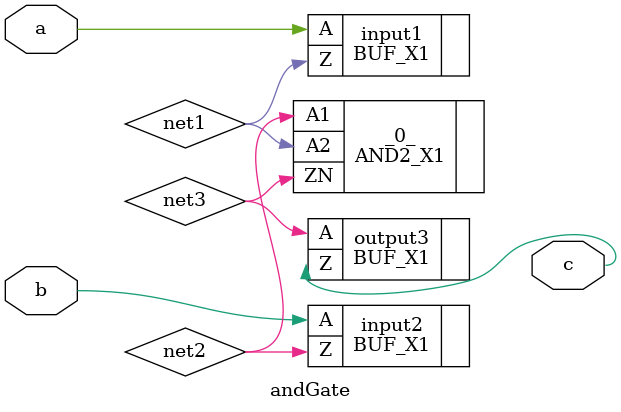
<source format=v>
module andGate (a,
    b,
    c);
 input a;
 input b;
 output c;

 wire net1;
 wire net2;
 wire net3;

 AND2_X1 _0_ (.A1(net2),
    .A2(net1),
    .ZN(net3));
 TAPCELL_X1 PHY_EDGE_ROW_0_Right_0 ();
 TAPCELL_X1 PHY_EDGE_ROW_1_Right_1 ();
 TAPCELL_X1 PHY_EDGE_ROW_2_Right_2 ();
 TAPCELL_X1 PHY_EDGE_ROW_3_Right_3 ();
 TAPCELL_X1 PHY_EDGE_ROW_4_Right_4 ();
 TAPCELL_X1 PHY_EDGE_ROW_5_Right_5 ();
 TAPCELL_X1 PHY_EDGE_ROW_6_Right_6 ();
 TAPCELL_X1 PHY_EDGE_ROW_7_Right_7 ();
 TAPCELL_X1 PHY_EDGE_ROW_8_Right_8 ();
 TAPCELL_X1 PHY_EDGE_ROW_9_Right_9 ();
 TAPCELL_X1 PHY_EDGE_ROW_10_Right_10 ();
 TAPCELL_X1 PHY_EDGE_ROW_11_Right_11 ();
 TAPCELL_X1 PHY_EDGE_ROW_12_Right_12 ();
 TAPCELL_X1 PHY_EDGE_ROW_13_Right_13 ();
 TAPCELL_X1 PHY_EDGE_ROW_14_Right_14 ();
 TAPCELL_X1 PHY_EDGE_ROW_15_Right_15 ();
 TAPCELL_X1 PHY_EDGE_ROW_16_Right_16 ();
 TAPCELL_X1 PHY_EDGE_ROW_17_Right_17 ();
 TAPCELL_X1 PHY_EDGE_ROW_18_Right_18 ();
 TAPCELL_X1 PHY_EDGE_ROW_19_Right_19 ();
 TAPCELL_X1 PHY_EDGE_ROW_20_Right_20 ();
 TAPCELL_X1 PHY_EDGE_ROW_21_Right_21 ();
 TAPCELL_X1 PHY_EDGE_ROW_22_Right_22 ();
 TAPCELL_X1 PHY_EDGE_ROW_23_Right_23 ();
 TAPCELL_X1 PHY_EDGE_ROW_24_Right_24 ();
 TAPCELL_X1 PHY_EDGE_ROW_25_Right_25 ();
 TAPCELL_X1 PHY_EDGE_ROW_26_Right_26 ();
 TAPCELL_X1 PHY_EDGE_ROW_27_Right_27 ();
 TAPCELL_X1 PHY_EDGE_ROW_28_Right_28 ();
 TAPCELL_X1 PHY_EDGE_ROW_29_Right_29 ();
 TAPCELL_X1 PHY_EDGE_ROW_30_Right_30 ();
 TAPCELL_X1 PHY_EDGE_ROW_31_Right_31 ();
 TAPCELL_X1 PHY_EDGE_ROW_32_Right_32 ();
 TAPCELL_X1 PHY_EDGE_ROW_33_Right_33 ();
 TAPCELL_X1 PHY_EDGE_ROW_34_Right_34 ();
 TAPCELL_X1 PHY_EDGE_ROW_35_Right_35 ();
 TAPCELL_X1 PHY_EDGE_ROW_36_Right_36 ();
 TAPCELL_X1 PHY_EDGE_ROW_37_Right_37 ();
 TAPCELL_X1 PHY_EDGE_ROW_38_Right_38 ();
 TAPCELL_X1 PHY_EDGE_ROW_39_Right_39 ();
 TAPCELL_X1 PHY_EDGE_ROW_40_Right_40 ();
 TAPCELL_X1 PHY_EDGE_ROW_41_Right_41 ();
 TAPCELL_X1 PHY_EDGE_ROW_0_Left_42 ();
 TAPCELL_X1 PHY_EDGE_ROW_1_Left_43 ();
 TAPCELL_X1 PHY_EDGE_ROW_2_Left_44 ();
 TAPCELL_X1 PHY_EDGE_ROW_3_Left_45 ();
 TAPCELL_X1 PHY_EDGE_ROW_4_Left_46 ();
 TAPCELL_X1 PHY_EDGE_ROW_5_Left_47 ();
 TAPCELL_X1 PHY_EDGE_ROW_6_Left_48 ();
 TAPCELL_X1 PHY_EDGE_ROW_7_Left_49 ();
 TAPCELL_X1 PHY_EDGE_ROW_8_Left_50 ();
 TAPCELL_X1 PHY_EDGE_ROW_9_Left_51 ();
 TAPCELL_X1 PHY_EDGE_ROW_10_Left_52 ();
 TAPCELL_X1 PHY_EDGE_ROW_11_Left_53 ();
 TAPCELL_X1 PHY_EDGE_ROW_12_Left_54 ();
 TAPCELL_X1 PHY_EDGE_ROW_13_Left_55 ();
 TAPCELL_X1 PHY_EDGE_ROW_14_Left_56 ();
 TAPCELL_X1 PHY_EDGE_ROW_15_Left_57 ();
 TAPCELL_X1 PHY_EDGE_ROW_16_Left_58 ();
 TAPCELL_X1 PHY_EDGE_ROW_17_Left_59 ();
 TAPCELL_X1 PHY_EDGE_ROW_18_Left_60 ();
 TAPCELL_X1 PHY_EDGE_ROW_19_Left_61 ();
 TAPCELL_X1 PHY_EDGE_ROW_20_Left_62 ();
 TAPCELL_X1 PHY_EDGE_ROW_21_Left_63 ();
 TAPCELL_X1 PHY_EDGE_ROW_22_Left_64 ();
 TAPCELL_X1 PHY_EDGE_ROW_23_Left_65 ();
 TAPCELL_X1 PHY_EDGE_ROW_24_Left_66 ();
 TAPCELL_X1 PHY_EDGE_ROW_25_Left_67 ();
 TAPCELL_X1 PHY_EDGE_ROW_26_Left_68 ();
 TAPCELL_X1 PHY_EDGE_ROW_27_Left_69 ();
 TAPCELL_X1 PHY_EDGE_ROW_28_Left_70 ();
 TAPCELL_X1 PHY_EDGE_ROW_29_Left_71 ();
 TAPCELL_X1 PHY_EDGE_ROW_30_Left_72 ();
 TAPCELL_X1 PHY_EDGE_ROW_31_Left_73 ();
 TAPCELL_X1 PHY_EDGE_ROW_32_Left_74 ();
 TAPCELL_X1 PHY_EDGE_ROW_33_Left_75 ();
 TAPCELL_X1 PHY_EDGE_ROW_34_Left_76 ();
 TAPCELL_X1 PHY_EDGE_ROW_35_Left_77 ();
 TAPCELL_X1 PHY_EDGE_ROW_36_Left_78 ();
 TAPCELL_X1 PHY_EDGE_ROW_37_Left_79 ();
 TAPCELL_X1 PHY_EDGE_ROW_38_Left_80 ();
 TAPCELL_X1 PHY_EDGE_ROW_39_Left_81 ();
 TAPCELL_X1 PHY_EDGE_ROW_40_Left_82 ();
 TAPCELL_X1 PHY_EDGE_ROW_41_Left_83 ();
 BUF_X1 input1 (.A(a),
    .Z(net1));
 BUF_X1 input2 (.A(b),
    .Z(net2));
 BUF_X1 output3 (.A(net3),
    .Z(c));
 FILLCELL_X32 FILLER_0_1 ();
 FILLCELL_X32 FILLER_0_33 ();
 FILLCELL_X32 FILLER_0_65 ();
 FILLCELL_X32 FILLER_0_97 ();
 FILLCELL_X32 FILLER_0_129 ();
 FILLCELL_X32 FILLER_0_161 ();
 FILLCELL_X32 FILLER_0_193 ();
 FILLCELL_X32 FILLER_0_225 ();
 FILLCELL_X32 FILLER_0_257 ();
 FILLCELL_X16 FILLER_0_289 ();
 FILLCELL_X8 FILLER_0_305 ();
 FILLCELL_X1 FILLER_0_313 ();
 FILLCELL_X32 FILLER_1_1 ();
 FILLCELL_X32 FILLER_1_33 ();
 FILLCELL_X32 FILLER_1_65 ();
 FILLCELL_X32 FILLER_1_97 ();
 FILLCELL_X32 FILLER_1_129 ();
 FILLCELL_X32 FILLER_1_161 ();
 FILLCELL_X32 FILLER_1_193 ();
 FILLCELL_X32 FILLER_1_225 ();
 FILLCELL_X32 FILLER_1_257 ();
 FILLCELL_X16 FILLER_1_289 ();
 FILLCELL_X8 FILLER_1_305 ();
 FILLCELL_X1 FILLER_1_313 ();
 FILLCELL_X32 FILLER_2_1 ();
 FILLCELL_X32 FILLER_2_33 ();
 FILLCELL_X32 FILLER_2_65 ();
 FILLCELL_X32 FILLER_2_97 ();
 FILLCELL_X32 FILLER_2_129 ();
 FILLCELL_X32 FILLER_2_161 ();
 FILLCELL_X32 FILLER_2_193 ();
 FILLCELL_X32 FILLER_2_225 ();
 FILLCELL_X32 FILLER_2_257 ();
 FILLCELL_X16 FILLER_2_289 ();
 FILLCELL_X8 FILLER_2_305 ();
 FILLCELL_X1 FILLER_2_313 ();
 FILLCELL_X32 FILLER_3_1 ();
 FILLCELL_X32 FILLER_3_33 ();
 FILLCELL_X32 FILLER_3_65 ();
 FILLCELL_X32 FILLER_3_97 ();
 FILLCELL_X32 FILLER_3_129 ();
 FILLCELL_X32 FILLER_3_161 ();
 FILLCELL_X32 FILLER_3_193 ();
 FILLCELL_X32 FILLER_3_225 ();
 FILLCELL_X32 FILLER_3_257 ();
 FILLCELL_X16 FILLER_3_289 ();
 FILLCELL_X8 FILLER_3_305 ();
 FILLCELL_X1 FILLER_3_313 ();
 FILLCELL_X32 FILLER_4_1 ();
 FILLCELL_X32 FILLER_4_33 ();
 FILLCELL_X32 FILLER_4_65 ();
 FILLCELL_X32 FILLER_4_97 ();
 FILLCELL_X32 FILLER_4_129 ();
 FILLCELL_X32 FILLER_4_161 ();
 FILLCELL_X32 FILLER_4_193 ();
 FILLCELL_X32 FILLER_4_225 ();
 FILLCELL_X32 FILLER_4_257 ();
 FILLCELL_X16 FILLER_4_289 ();
 FILLCELL_X8 FILLER_4_305 ();
 FILLCELL_X1 FILLER_4_313 ();
 FILLCELL_X32 FILLER_5_1 ();
 FILLCELL_X32 FILLER_5_33 ();
 FILLCELL_X32 FILLER_5_65 ();
 FILLCELL_X32 FILLER_5_97 ();
 FILLCELL_X32 FILLER_5_129 ();
 FILLCELL_X32 FILLER_5_161 ();
 FILLCELL_X32 FILLER_5_193 ();
 FILLCELL_X32 FILLER_5_225 ();
 FILLCELL_X32 FILLER_5_257 ();
 FILLCELL_X16 FILLER_5_289 ();
 FILLCELL_X8 FILLER_5_305 ();
 FILLCELL_X1 FILLER_5_313 ();
 FILLCELL_X32 FILLER_6_1 ();
 FILLCELL_X32 FILLER_6_33 ();
 FILLCELL_X32 FILLER_6_65 ();
 FILLCELL_X32 FILLER_6_97 ();
 FILLCELL_X32 FILLER_6_129 ();
 FILLCELL_X32 FILLER_6_161 ();
 FILLCELL_X32 FILLER_6_193 ();
 FILLCELL_X32 FILLER_6_225 ();
 FILLCELL_X32 FILLER_6_257 ();
 FILLCELL_X16 FILLER_6_289 ();
 FILLCELL_X8 FILLER_6_305 ();
 FILLCELL_X1 FILLER_6_313 ();
 FILLCELL_X32 FILLER_7_1 ();
 FILLCELL_X32 FILLER_7_33 ();
 FILLCELL_X32 FILLER_7_65 ();
 FILLCELL_X32 FILLER_7_97 ();
 FILLCELL_X32 FILLER_7_129 ();
 FILLCELL_X32 FILLER_7_161 ();
 FILLCELL_X32 FILLER_7_193 ();
 FILLCELL_X32 FILLER_7_225 ();
 FILLCELL_X32 FILLER_7_257 ();
 FILLCELL_X16 FILLER_7_289 ();
 FILLCELL_X8 FILLER_7_305 ();
 FILLCELL_X1 FILLER_7_313 ();
 FILLCELL_X32 FILLER_8_1 ();
 FILLCELL_X32 FILLER_8_33 ();
 FILLCELL_X32 FILLER_8_65 ();
 FILLCELL_X32 FILLER_8_97 ();
 FILLCELL_X32 FILLER_8_129 ();
 FILLCELL_X32 FILLER_8_161 ();
 FILLCELL_X32 FILLER_8_193 ();
 FILLCELL_X32 FILLER_8_225 ();
 FILLCELL_X32 FILLER_8_257 ();
 FILLCELL_X16 FILLER_8_289 ();
 FILLCELL_X8 FILLER_8_305 ();
 FILLCELL_X1 FILLER_8_313 ();
 FILLCELL_X32 FILLER_9_1 ();
 FILLCELL_X32 FILLER_9_33 ();
 FILLCELL_X32 FILLER_9_65 ();
 FILLCELL_X32 FILLER_9_97 ();
 FILLCELL_X32 FILLER_9_129 ();
 FILLCELL_X32 FILLER_9_161 ();
 FILLCELL_X32 FILLER_9_193 ();
 FILLCELL_X32 FILLER_9_225 ();
 FILLCELL_X32 FILLER_9_257 ();
 FILLCELL_X16 FILLER_9_289 ();
 FILLCELL_X8 FILLER_9_305 ();
 FILLCELL_X1 FILLER_9_313 ();
 FILLCELL_X32 FILLER_10_1 ();
 FILLCELL_X32 FILLER_10_33 ();
 FILLCELL_X32 FILLER_10_65 ();
 FILLCELL_X32 FILLER_10_97 ();
 FILLCELL_X32 FILLER_10_129 ();
 FILLCELL_X32 FILLER_10_161 ();
 FILLCELL_X32 FILLER_10_193 ();
 FILLCELL_X32 FILLER_10_225 ();
 FILLCELL_X32 FILLER_10_257 ();
 FILLCELL_X16 FILLER_10_289 ();
 FILLCELL_X8 FILLER_10_305 ();
 FILLCELL_X1 FILLER_10_313 ();
 FILLCELL_X32 FILLER_11_1 ();
 FILLCELL_X32 FILLER_11_33 ();
 FILLCELL_X32 FILLER_11_65 ();
 FILLCELL_X32 FILLER_11_97 ();
 FILLCELL_X32 FILLER_11_129 ();
 FILLCELL_X32 FILLER_11_161 ();
 FILLCELL_X32 FILLER_11_193 ();
 FILLCELL_X32 FILLER_11_225 ();
 FILLCELL_X32 FILLER_11_257 ();
 FILLCELL_X16 FILLER_11_289 ();
 FILLCELL_X8 FILLER_11_305 ();
 FILLCELL_X1 FILLER_11_313 ();
 FILLCELL_X32 FILLER_12_1 ();
 FILLCELL_X32 FILLER_12_33 ();
 FILLCELL_X32 FILLER_12_65 ();
 FILLCELL_X32 FILLER_12_97 ();
 FILLCELL_X32 FILLER_12_129 ();
 FILLCELL_X32 FILLER_12_161 ();
 FILLCELL_X32 FILLER_12_193 ();
 FILLCELL_X32 FILLER_12_225 ();
 FILLCELL_X32 FILLER_12_257 ();
 FILLCELL_X16 FILLER_12_289 ();
 FILLCELL_X8 FILLER_12_305 ();
 FILLCELL_X1 FILLER_12_313 ();
 FILLCELL_X32 FILLER_13_1 ();
 FILLCELL_X32 FILLER_13_33 ();
 FILLCELL_X32 FILLER_13_65 ();
 FILLCELL_X32 FILLER_13_97 ();
 FILLCELL_X32 FILLER_13_129 ();
 FILLCELL_X32 FILLER_13_161 ();
 FILLCELL_X32 FILLER_13_193 ();
 FILLCELL_X32 FILLER_13_225 ();
 FILLCELL_X32 FILLER_13_257 ();
 FILLCELL_X16 FILLER_13_289 ();
 FILLCELL_X8 FILLER_13_305 ();
 FILLCELL_X1 FILLER_13_313 ();
 FILLCELL_X32 FILLER_14_1 ();
 FILLCELL_X32 FILLER_14_33 ();
 FILLCELL_X32 FILLER_14_65 ();
 FILLCELL_X32 FILLER_14_97 ();
 FILLCELL_X32 FILLER_14_129 ();
 FILLCELL_X32 FILLER_14_161 ();
 FILLCELL_X32 FILLER_14_193 ();
 FILLCELL_X32 FILLER_14_225 ();
 FILLCELL_X32 FILLER_14_257 ();
 FILLCELL_X16 FILLER_14_289 ();
 FILLCELL_X8 FILLER_14_305 ();
 FILLCELL_X1 FILLER_14_313 ();
 FILLCELL_X32 FILLER_15_1 ();
 FILLCELL_X32 FILLER_15_33 ();
 FILLCELL_X32 FILLER_15_65 ();
 FILLCELL_X32 FILLER_15_97 ();
 FILLCELL_X32 FILLER_15_129 ();
 FILLCELL_X32 FILLER_15_161 ();
 FILLCELL_X32 FILLER_15_193 ();
 FILLCELL_X32 FILLER_15_225 ();
 FILLCELL_X32 FILLER_15_257 ();
 FILLCELL_X16 FILLER_15_289 ();
 FILLCELL_X8 FILLER_15_305 ();
 FILLCELL_X1 FILLER_15_313 ();
 FILLCELL_X32 FILLER_16_1 ();
 FILLCELL_X32 FILLER_16_33 ();
 FILLCELL_X32 FILLER_16_65 ();
 FILLCELL_X32 FILLER_16_97 ();
 FILLCELL_X32 FILLER_16_129 ();
 FILLCELL_X32 FILLER_16_161 ();
 FILLCELL_X32 FILLER_16_193 ();
 FILLCELL_X32 FILLER_16_225 ();
 FILLCELL_X32 FILLER_16_257 ();
 FILLCELL_X16 FILLER_16_289 ();
 FILLCELL_X8 FILLER_16_305 ();
 FILLCELL_X1 FILLER_16_313 ();
 FILLCELL_X32 FILLER_17_1 ();
 FILLCELL_X32 FILLER_17_33 ();
 FILLCELL_X32 FILLER_17_65 ();
 FILLCELL_X32 FILLER_17_97 ();
 FILLCELL_X32 FILLER_17_129 ();
 FILLCELL_X32 FILLER_17_161 ();
 FILLCELL_X32 FILLER_17_193 ();
 FILLCELL_X32 FILLER_17_225 ();
 FILLCELL_X32 FILLER_17_257 ();
 FILLCELL_X16 FILLER_17_289 ();
 FILLCELL_X8 FILLER_17_305 ();
 FILLCELL_X1 FILLER_17_313 ();
 FILLCELL_X32 FILLER_18_1 ();
 FILLCELL_X32 FILLER_18_33 ();
 FILLCELL_X32 FILLER_18_65 ();
 FILLCELL_X32 FILLER_18_97 ();
 FILLCELL_X32 FILLER_18_129 ();
 FILLCELL_X32 FILLER_18_161 ();
 FILLCELL_X32 FILLER_18_193 ();
 FILLCELL_X32 FILLER_18_225 ();
 FILLCELL_X32 FILLER_18_257 ();
 FILLCELL_X16 FILLER_18_289 ();
 FILLCELL_X8 FILLER_18_305 ();
 FILLCELL_X1 FILLER_18_313 ();
 FILLCELL_X32 FILLER_19_1 ();
 FILLCELL_X32 FILLER_19_33 ();
 FILLCELL_X32 FILLER_19_65 ();
 FILLCELL_X32 FILLER_19_97 ();
 FILLCELL_X32 FILLER_19_129 ();
 FILLCELL_X32 FILLER_19_161 ();
 FILLCELL_X32 FILLER_19_193 ();
 FILLCELL_X32 FILLER_19_225 ();
 FILLCELL_X32 FILLER_19_257 ();
 FILLCELL_X16 FILLER_19_289 ();
 FILLCELL_X8 FILLER_19_305 ();
 FILLCELL_X1 FILLER_19_313 ();
 FILLCELL_X32 FILLER_20_10 ();
 FILLCELL_X32 FILLER_20_42 ();
 FILLCELL_X32 FILLER_20_74 ();
 FILLCELL_X32 FILLER_20_106 ();
 FILLCELL_X32 FILLER_20_138 ();
 FILLCELL_X32 FILLER_20_170 ();
 FILLCELL_X32 FILLER_20_202 ();
 FILLCELL_X32 FILLER_20_234 ();
 FILLCELL_X32 FILLER_20_266 ();
 FILLCELL_X16 FILLER_20_298 ();
 FILLCELL_X2 FILLER_21_1 ();
 FILLCELL_X1 FILLER_21_3 ();
 FILLCELL_X32 FILLER_21_8 ();
 FILLCELL_X32 FILLER_21_40 ();
 FILLCELL_X32 FILLER_21_72 ();
 FILLCELL_X32 FILLER_21_104 ();
 FILLCELL_X32 FILLER_21_136 ();
 FILLCELL_X32 FILLER_21_168 ();
 FILLCELL_X32 FILLER_21_200 ();
 FILLCELL_X32 FILLER_21_232 ();
 FILLCELL_X32 FILLER_21_264 ();
 FILLCELL_X16 FILLER_21_296 ();
 FILLCELL_X2 FILLER_21_312 ();
 FILLCELL_X32 FILLER_22_1 ();
 FILLCELL_X32 FILLER_22_33 ();
 FILLCELL_X32 FILLER_22_65 ();
 FILLCELL_X32 FILLER_22_97 ();
 FILLCELL_X32 FILLER_22_129 ();
 FILLCELL_X32 FILLER_22_161 ();
 FILLCELL_X32 FILLER_22_193 ();
 FILLCELL_X32 FILLER_22_225 ();
 FILLCELL_X32 FILLER_22_257 ();
 FILLCELL_X16 FILLER_22_289 ();
 FILLCELL_X8 FILLER_22_305 ();
 FILLCELL_X1 FILLER_22_313 ();
 FILLCELL_X32 FILLER_23_1 ();
 FILLCELL_X32 FILLER_23_33 ();
 FILLCELL_X32 FILLER_23_65 ();
 FILLCELL_X32 FILLER_23_97 ();
 FILLCELL_X32 FILLER_23_129 ();
 FILLCELL_X32 FILLER_23_161 ();
 FILLCELL_X32 FILLER_23_193 ();
 FILLCELL_X32 FILLER_23_225 ();
 FILLCELL_X32 FILLER_23_257 ();
 FILLCELL_X16 FILLER_23_289 ();
 FILLCELL_X8 FILLER_23_305 ();
 FILLCELL_X1 FILLER_23_313 ();
 FILLCELL_X32 FILLER_24_1 ();
 FILLCELL_X32 FILLER_24_33 ();
 FILLCELL_X32 FILLER_24_65 ();
 FILLCELL_X32 FILLER_24_97 ();
 FILLCELL_X32 FILLER_24_129 ();
 FILLCELL_X32 FILLER_24_161 ();
 FILLCELL_X32 FILLER_24_193 ();
 FILLCELL_X32 FILLER_24_225 ();
 FILLCELL_X32 FILLER_24_257 ();
 FILLCELL_X16 FILLER_24_289 ();
 FILLCELL_X8 FILLER_24_305 ();
 FILLCELL_X1 FILLER_24_313 ();
 FILLCELL_X32 FILLER_25_1 ();
 FILLCELL_X32 FILLER_25_33 ();
 FILLCELL_X32 FILLER_25_65 ();
 FILLCELL_X32 FILLER_25_97 ();
 FILLCELL_X32 FILLER_25_129 ();
 FILLCELL_X32 FILLER_25_161 ();
 FILLCELL_X32 FILLER_25_193 ();
 FILLCELL_X32 FILLER_25_225 ();
 FILLCELL_X32 FILLER_25_257 ();
 FILLCELL_X16 FILLER_25_289 ();
 FILLCELL_X8 FILLER_25_305 ();
 FILLCELL_X1 FILLER_25_313 ();
 FILLCELL_X32 FILLER_26_1 ();
 FILLCELL_X32 FILLER_26_33 ();
 FILLCELL_X32 FILLER_26_65 ();
 FILLCELL_X32 FILLER_26_97 ();
 FILLCELL_X32 FILLER_26_129 ();
 FILLCELL_X32 FILLER_26_161 ();
 FILLCELL_X32 FILLER_26_193 ();
 FILLCELL_X32 FILLER_26_225 ();
 FILLCELL_X32 FILLER_26_257 ();
 FILLCELL_X16 FILLER_26_289 ();
 FILLCELL_X8 FILLER_26_305 ();
 FILLCELL_X1 FILLER_26_313 ();
 FILLCELL_X32 FILLER_27_1 ();
 FILLCELL_X32 FILLER_27_33 ();
 FILLCELL_X32 FILLER_27_65 ();
 FILLCELL_X32 FILLER_27_97 ();
 FILLCELL_X32 FILLER_27_129 ();
 FILLCELL_X32 FILLER_27_161 ();
 FILLCELL_X32 FILLER_27_193 ();
 FILLCELL_X32 FILLER_27_225 ();
 FILLCELL_X32 FILLER_27_257 ();
 FILLCELL_X16 FILLER_27_289 ();
 FILLCELL_X8 FILLER_27_305 ();
 FILLCELL_X1 FILLER_27_313 ();
 FILLCELL_X32 FILLER_28_1 ();
 FILLCELL_X32 FILLER_28_33 ();
 FILLCELL_X32 FILLER_28_65 ();
 FILLCELL_X32 FILLER_28_97 ();
 FILLCELL_X32 FILLER_28_129 ();
 FILLCELL_X32 FILLER_28_161 ();
 FILLCELL_X32 FILLER_28_193 ();
 FILLCELL_X32 FILLER_28_225 ();
 FILLCELL_X32 FILLER_28_257 ();
 FILLCELL_X16 FILLER_28_289 ();
 FILLCELL_X8 FILLER_28_305 ();
 FILLCELL_X1 FILLER_28_313 ();
 FILLCELL_X32 FILLER_29_1 ();
 FILLCELL_X32 FILLER_29_33 ();
 FILLCELL_X32 FILLER_29_65 ();
 FILLCELL_X32 FILLER_29_97 ();
 FILLCELL_X32 FILLER_29_129 ();
 FILLCELL_X32 FILLER_29_161 ();
 FILLCELL_X32 FILLER_29_193 ();
 FILLCELL_X32 FILLER_29_225 ();
 FILLCELL_X32 FILLER_29_257 ();
 FILLCELL_X16 FILLER_29_289 ();
 FILLCELL_X8 FILLER_29_305 ();
 FILLCELL_X1 FILLER_29_313 ();
 FILLCELL_X32 FILLER_30_1 ();
 FILLCELL_X32 FILLER_30_33 ();
 FILLCELL_X32 FILLER_30_65 ();
 FILLCELL_X32 FILLER_30_97 ();
 FILLCELL_X32 FILLER_30_129 ();
 FILLCELL_X32 FILLER_30_161 ();
 FILLCELL_X32 FILLER_30_193 ();
 FILLCELL_X32 FILLER_30_225 ();
 FILLCELL_X32 FILLER_30_257 ();
 FILLCELL_X16 FILLER_30_289 ();
 FILLCELL_X8 FILLER_30_305 ();
 FILLCELL_X1 FILLER_30_313 ();
 FILLCELL_X32 FILLER_31_1 ();
 FILLCELL_X32 FILLER_31_33 ();
 FILLCELL_X32 FILLER_31_65 ();
 FILLCELL_X32 FILLER_31_97 ();
 FILLCELL_X32 FILLER_31_129 ();
 FILLCELL_X32 FILLER_31_161 ();
 FILLCELL_X32 FILLER_31_193 ();
 FILLCELL_X32 FILLER_31_225 ();
 FILLCELL_X32 FILLER_31_257 ();
 FILLCELL_X16 FILLER_31_289 ();
 FILLCELL_X8 FILLER_31_305 ();
 FILLCELL_X1 FILLER_31_313 ();
 FILLCELL_X32 FILLER_32_1 ();
 FILLCELL_X32 FILLER_32_33 ();
 FILLCELL_X32 FILLER_32_65 ();
 FILLCELL_X32 FILLER_32_97 ();
 FILLCELL_X32 FILLER_32_129 ();
 FILLCELL_X32 FILLER_32_161 ();
 FILLCELL_X32 FILLER_32_193 ();
 FILLCELL_X32 FILLER_32_225 ();
 FILLCELL_X32 FILLER_32_257 ();
 FILLCELL_X16 FILLER_32_289 ();
 FILLCELL_X8 FILLER_32_305 ();
 FILLCELL_X1 FILLER_32_313 ();
 FILLCELL_X32 FILLER_33_1 ();
 FILLCELL_X32 FILLER_33_33 ();
 FILLCELL_X32 FILLER_33_65 ();
 FILLCELL_X32 FILLER_33_97 ();
 FILLCELL_X32 FILLER_33_129 ();
 FILLCELL_X32 FILLER_33_161 ();
 FILLCELL_X32 FILLER_33_193 ();
 FILLCELL_X32 FILLER_33_225 ();
 FILLCELL_X32 FILLER_33_257 ();
 FILLCELL_X16 FILLER_33_289 ();
 FILLCELL_X8 FILLER_33_305 ();
 FILLCELL_X1 FILLER_33_313 ();
 FILLCELL_X32 FILLER_34_1 ();
 FILLCELL_X32 FILLER_34_33 ();
 FILLCELL_X32 FILLER_34_65 ();
 FILLCELL_X32 FILLER_34_97 ();
 FILLCELL_X32 FILLER_34_129 ();
 FILLCELL_X32 FILLER_34_161 ();
 FILLCELL_X32 FILLER_34_193 ();
 FILLCELL_X32 FILLER_34_225 ();
 FILLCELL_X32 FILLER_34_257 ();
 FILLCELL_X16 FILLER_34_289 ();
 FILLCELL_X8 FILLER_34_305 ();
 FILLCELL_X1 FILLER_34_313 ();
 FILLCELL_X32 FILLER_35_1 ();
 FILLCELL_X32 FILLER_35_33 ();
 FILLCELL_X32 FILLER_35_65 ();
 FILLCELL_X32 FILLER_35_97 ();
 FILLCELL_X32 FILLER_35_129 ();
 FILLCELL_X32 FILLER_35_161 ();
 FILLCELL_X32 FILLER_35_193 ();
 FILLCELL_X32 FILLER_35_225 ();
 FILLCELL_X32 FILLER_35_257 ();
 FILLCELL_X16 FILLER_35_289 ();
 FILLCELL_X8 FILLER_35_305 ();
 FILLCELL_X1 FILLER_35_313 ();
 FILLCELL_X32 FILLER_36_1 ();
 FILLCELL_X32 FILLER_36_33 ();
 FILLCELL_X32 FILLER_36_65 ();
 FILLCELL_X32 FILLER_36_97 ();
 FILLCELL_X32 FILLER_36_129 ();
 FILLCELL_X32 FILLER_36_161 ();
 FILLCELL_X32 FILLER_36_193 ();
 FILLCELL_X32 FILLER_36_225 ();
 FILLCELL_X32 FILLER_36_257 ();
 FILLCELL_X16 FILLER_36_289 ();
 FILLCELL_X8 FILLER_36_305 ();
 FILLCELL_X1 FILLER_36_313 ();
 FILLCELL_X32 FILLER_37_1 ();
 FILLCELL_X32 FILLER_37_33 ();
 FILLCELL_X32 FILLER_37_65 ();
 FILLCELL_X32 FILLER_37_97 ();
 FILLCELL_X32 FILLER_37_129 ();
 FILLCELL_X32 FILLER_37_161 ();
 FILLCELL_X32 FILLER_37_193 ();
 FILLCELL_X32 FILLER_37_225 ();
 FILLCELL_X32 FILLER_37_257 ();
 FILLCELL_X16 FILLER_37_289 ();
 FILLCELL_X8 FILLER_37_305 ();
 FILLCELL_X1 FILLER_37_313 ();
 FILLCELL_X32 FILLER_38_1 ();
 FILLCELL_X32 FILLER_38_33 ();
 FILLCELL_X32 FILLER_38_65 ();
 FILLCELL_X32 FILLER_38_97 ();
 FILLCELL_X32 FILLER_38_129 ();
 FILLCELL_X32 FILLER_38_161 ();
 FILLCELL_X32 FILLER_38_193 ();
 FILLCELL_X32 FILLER_38_225 ();
 FILLCELL_X32 FILLER_38_257 ();
 FILLCELL_X16 FILLER_38_289 ();
 FILLCELL_X8 FILLER_38_305 ();
 FILLCELL_X1 FILLER_38_313 ();
 FILLCELL_X32 FILLER_39_1 ();
 FILLCELL_X32 FILLER_39_33 ();
 FILLCELL_X32 FILLER_39_65 ();
 FILLCELL_X32 FILLER_39_97 ();
 FILLCELL_X32 FILLER_39_129 ();
 FILLCELL_X32 FILLER_39_161 ();
 FILLCELL_X32 FILLER_39_193 ();
 FILLCELL_X32 FILLER_39_225 ();
 FILLCELL_X32 FILLER_39_257 ();
 FILLCELL_X16 FILLER_39_289 ();
 FILLCELL_X8 FILLER_39_305 ();
 FILLCELL_X1 FILLER_39_313 ();
 FILLCELL_X32 FILLER_40_1 ();
 FILLCELL_X32 FILLER_40_33 ();
 FILLCELL_X32 FILLER_40_65 ();
 FILLCELL_X32 FILLER_40_97 ();
 FILLCELL_X32 FILLER_40_129 ();
 FILLCELL_X32 FILLER_40_161 ();
 FILLCELL_X32 FILLER_40_193 ();
 FILLCELL_X32 FILLER_40_225 ();
 FILLCELL_X32 FILLER_40_257 ();
 FILLCELL_X16 FILLER_40_289 ();
 FILLCELL_X8 FILLER_40_305 ();
 FILLCELL_X1 FILLER_40_313 ();
 FILLCELL_X32 FILLER_41_1 ();
 FILLCELL_X32 FILLER_41_33 ();
 FILLCELL_X32 FILLER_41_65 ();
 FILLCELL_X32 FILLER_41_97 ();
 FILLCELL_X32 FILLER_41_129 ();
 FILLCELL_X32 FILLER_41_161 ();
 FILLCELL_X32 FILLER_41_193 ();
 FILLCELL_X32 FILLER_41_225 ();
 FILLCELL_X32 FILLER_41_257 ();
 FILLCELL_X16 FILLER_41_289 ();
 FILLCELL_X8 FILLER_41_305 ();
 FILLCELL_X1 FILLER_41_313 ();
endmodule

</source>
